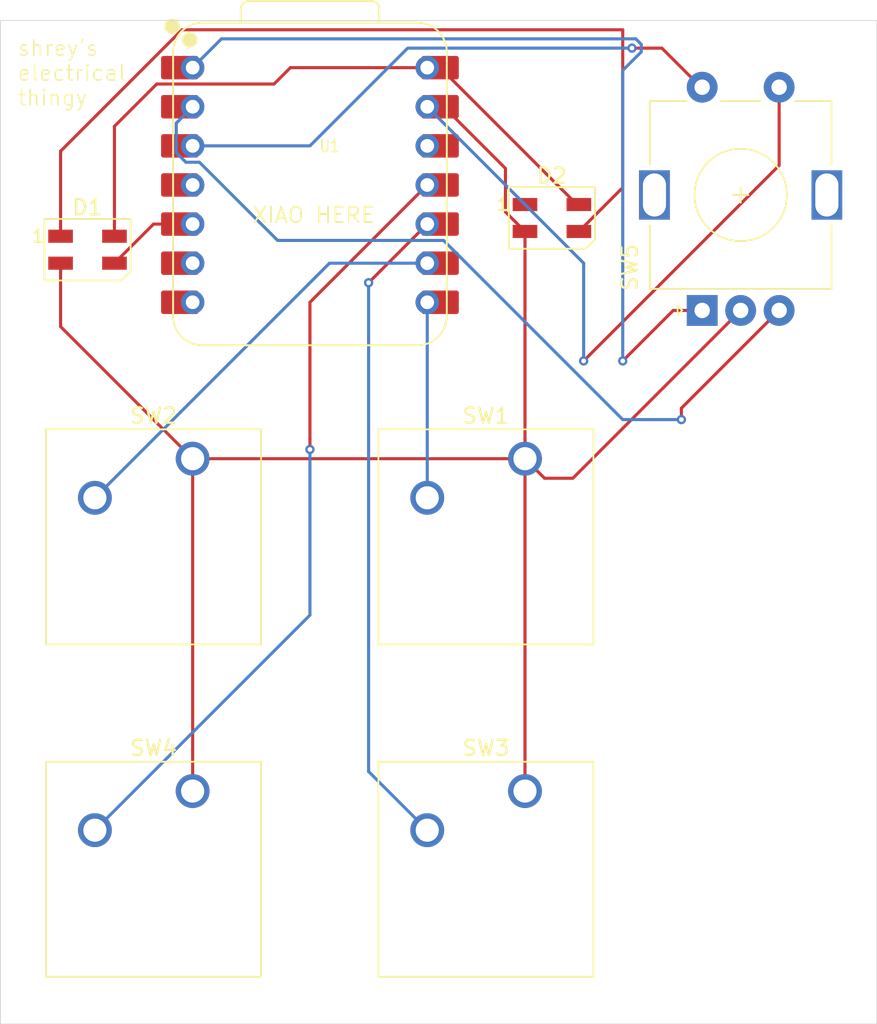
<source format=kicad_pcb>
(kicad_pcb (version 20241229) (generator "pcbnew") (generator_version "9.0")
  (layers (0 "F.Cu" signal) (2 "B.Cu" signal) (13 "F.Paste" user) (15 "B.Paste" user) (5 "F.SilkS" user "F.Silkscreen") (7 "B.SilkS" user "B.Silkscreen") (1 "F.Mask" user) (3 "B.Mask" user) (25 "Edge.Cuts" user))
  (net 0 "")
  (net 1 "GND")
  (net 2 "Net-(D1-DIN)")
  (net 3 "Net-(D1-DOUT)")
  (net 4 "+5V")
  (net 6 "Net-(U1-GPIO1{slash}RX)")
  (net 7 "Net-(U1-GPIO2{slash}SCK)")
  (net 8 "Net-(U1-GPIO4{slash}MISO)")
  (net 9 "Net-(U1-GPIO3{slash}MOSI)")
  (net 12 "Net-(U1-GPIO27{slash}ADC1{slash}A1)")
  (net 14 "Net-(U1-GPIO26{slash}ADC0{slash}A0)")
  (net 16 "Net-(U1-GPIO28{slash}ADC2{slash}A2)")
  (footprint "LED_SMD:LED_SK6812MINI_PLCC4_3.5x3.5mm_P1.75mm" (layer "F.Cu") (at 112.55 81.675)
    (property "Reference" "D1" (at 0 -2.75 0) (layer "F.SilkS"))
    (property "Value" "SK6812MINI")
    (fp_line (start -2.8 -2) (end -2.8 2) (stroke (width 0.12)) (layer "F.SilkS"))
    (fp_line (start -2.8 -2) (end 2.8 -2) (stroke (width 0.12)) (layer "F.SilkS"))
    (fp_line (start -2.8 2) (end 2.2 2) (stroke (width 0.12)) (layer "F.SilkS"))
    (fp_line (start 2.8 1.4) (end 2.2 2) (stroke (width 0.12)) (layer "F.SilkS"))
    (fp_line (start 2.8 1.4) (end 2.8 -2) (stroke (width 0.12)) (layer "F.SilkS"))
    (fp_text user "1" (at -3.2 -0.875 0) (layer "F.SilkS") (effects (font (size 0.8 0.8))))
    (pad "1" smd rect (at -1.75 -0.875) (size 1.6 0.85) (layers "F.Cu" "F.Mask" "F.Paste") (net 3 "Net-(D1-DOUT)"))
    (pad "2" smd rect (at -1.75 0.875) (size 1.6 0.85) (layers "F.Cu" "F.Mask" "F.Paste") (net 1 "GND"))
    (pad "3" smd rect (at 1.75 0.875) (size 1.6 0.85) (layers "F.Cu" "F.Mask" "F.Paste") (net 2 "Net-(D1-DIN)"))
    (pad "4" smd rect (at 1.75 -0.875) (size 1.6 0.85) (layers "F.Cu" "F.Mask" "F.Paste") (net 4 "+5V"))
  )
  (footprint "hackpad:XIAO-RP2040-DIP" (layer "F.Cu") (at 127 77.47)
    (property "Reference" "U1" (at 1.27 -2.54 0) (layer "F.SilkS") (effects (font (size 0.8 0.635) (thickness 0.1016))))
    (property "Value" "XIAO-RP2040-DIP")
    (fp_line (start -8.89 8.509) (end -8.89 -8.636) (stroke (width 0.127)) (layer "F.SilkS"))
    (fp_line (start -6.985 10.414) (end 6.985 10.414) (stroke (width 0.127)) (layer "F.SilkS"))
    (fp_line (start -4.495 -10.541) (end -4.491272 -11.451272) (stroke (width 0.127)) (layer "F.SilkS"))
    (fp_line (start -3.991272 -11.951) (end 4.004 -11.951) (stroke (width 0.127)) (layer "F.SilkS"))
    (fp_line (start 4.504 -11.451) (end 4.504 -10.541) (stroke (width 0.127)) (layer "F.SilkS"))
    (fp_line (start 6.985 -10.541) (end -6.985 -10.541) (stroke (width 0.1)) (layer "F.SilkS"))
    (fp_line (start 6.985 -10.541) (end -6.985 -10.541) (stroke (width 0.127)) (layer "F.SilkS"))
    (fp_line (start 8.89 8.509) (end 8.89 -8.636) (stroke (width 0.127)) (layer "F.SilkS"))
    (fp_arc (start -8.89 -8.636) (mid -8.332038 -9.983038) (end -6.985 -10.541) (stroke (width 0.127)) (layer "F.SilkS"))
    (fp_arc (start -6.985 10.414) (mid -8.332038 9.856038) (end -8.89 8.509) (stroke (width 0.127)) (layer "F.SilkS"))
    (fp_arc (start -4.491272 -11.451272) (mid -4.344728 -11.80464) (end -3.991272 -11.951) (stroke (width 0.127)) (layer "F.SilkS"))
    (fp_arc (start 4.004 -11.951) (mid 4.357553 -11.804553) (end 4.504 -11.451) (stroke (width 0.127)) (layer "F.SilkS"))
    (fp_arc (start 6.985 -10.541) (mid 8.332038 -9.983038) (end 8.89 -8.636) (stroke (width 0.127)) (layer "F.SilkS"))
    (fp_arc (start 8.89 8.509) (mid 8.332038 9.856038) (end 6.985 10.414) (stroke (width 0.127)) (layer "F.SilkS"))
    (fp_circle (center -8.95 -10.3) (end -8.95 -10.554) (stroke (width 0.5)) (fill yes) (layer "F.SilkS"))
    (fp_circle (center -7.807 -9.42) (end -7.807 -9.674) (stroke (width 0.5)) (fill yes) (layer "F.SilkS"))
    (pad "1" smd roundrect (at -8.455 -7.62 180) (size 2.432 1.524) (layers "F.Cu" "F.Mask") (roundrect_rratio 0.1) (net 14 "Net-(U1-GPIO26{slash}ADC0{slash}A0)"))
    (pad "1" thru_hole circle (at -7.62 -7.62 180) (size 1.524 1.524) (drill 0.889) (layers "*.Cu" "*.Mask") (net 14 "Net-(U1-GPIO26{slash}ADC0{slash}A0)"))
    (pad "2" smd roundrect (at -8.455 -5.08 180) (size 2.432 1.524) (layers "F.Cu" "F.Mask") (roundrect_rratio 0.1) (net 12 "Net-(U1-GPIO27{slash}ADC1{slash}A1)"))
    (pad "2" thru_hole circle (at -7.62 -5.08 180) (size 1.524 1.524) (drill 0.889) (layers "*.Cu" "*.Mask") (net 12 "Net-(U1-GPIO27{slash}ADC1{slash}A1)"))
    (pad "3" smd roundrect (at -8.455 -2.54 180) (size 2.432 1.524) (layers "F.Cu" "F.Mask") (roundrect_rratio 0.1) (net 16 "Net-(U1-GPIO28{slash}ADC2{slash}A2)"))
    (pad "3" thru_hole circle (at -7.62 -2.54 180) (size 1.524 1.524) (drill 0.889) (layers "*.Cu" "*.Mask") (net 16 "Net-(U1-GPIO28{slash}ADC2{slash}A2)"))
    (pad "4" smd roundrect (at -8.455 0 180) (size 2.432 1.524) (layers "F.Cu" "F.Mask") (roundrect_rratio 0.1))
    (pad "4" thru_hole circle (at -7.62 0 180) (size 1.524 1.524) (drill 0.889) (layers "*.Cu" "*.Mask"))
    (pad "5" smd roundrect (at -8.455 2.54 180) (size 2.432 1.524) (layers "F.Cu" "F.Mask") (roundrect_rratio 0.1) (net 2 "Net-(D1-DIN)"))
    (pad "5" thru_hole circle (at -7.62 2.54 180) (size 1.524 1.524) (drill 0.889) (layers "*.Cu" "*.Mask") (net 2 "Net-(D1-DIN)"))
    (pad "6" smd roundrect (at -8.455 5.08 180) (size 2.432 1.524) (layers "F.Cu" "F.Mask") (roundrect_rratio 0.1))
    (pad "6" thru_hole circle (at -7.62 5.08 180) (size 1.524 1.524) (drill 0.889) (layers "*.Cu" "*.Mask"))
    (pad "7" smd roundrect (at -8.455 7.62 180) (size 2.432 1.524) (layers "F.Cu" "F.Mask") (roundrect_rratio 0.1))
    (pad "7" thru_hole circle (at -7.62 7.62 180) (size 1.524 1.524) (drill 0.889) (layers "*.Cu" "*.Mask"))
    (pad "8" thru_hole circle (at 7.62 7.62) (size 1.524 1.524) (drill 0.889) (layers "*.Cu" "*.Mask") (net 6 "Net-(U1-GPIO1{slash}RX)"))
    (pad "8" smd roundrect (at 8.455 7.62) (size 2.432 1.524) (layers "F.Cu" "F.Mask") (roundrect_rratio 0.1) (net 6 "Net-(U1-GPIO1{slash}RX)"))
    (pad "9" thru_hole circle (at 7.62 5.08) (size 1.524 1.524) (drill 0.889) (layers "*.Cu" "*.Mask") (net 7 "Net-(U1-GPIO2{slash}SCK)"))
    (pad "9" smd roundrect (at 8.455 5.08) (size 2.432 1.524) (layers "F.Cu" "F.Mask") (roundrect_rratio 0.1) (net 7 "Net-(U1-GPIO2{slash}SCK)"))
    (pad "10" thru_hole circle (at 7.62 2.54) (size 1.524 1.524) (drill 0.889) (layers "*.Cu" "*.Mask") (net 8 "Net-(U1-GPIO4{slash}MISO)"))
    (pad "10" smd roundrect (at 8.455 2.54) (size 2.432 1.524) (layers "F.Cu" "F.Mask") (roundrect_rratio 0.1) (net 8 "Net-(U1-GPIO4{slash}MISO)"))
    (pad "11" thru_hole circle (at 7.62 0) (size 1.524 1.524) (drill 0.889) (layers "*.Cu" "*.Mask") (net 9 "Net-(U1-GPIO3{slash}MOSI)"))
    (pad "11" smd roundrect (at 8.455 0) (size 2.432 1.524) (layers "F.Cu" "F.Mask") (roundrect_rratio 0.1) (net 9 "Net-(U1-GPIO3{slash}MOSI)"))
    (pad "12" thru_hole circle (at 7.62 -2.54) (size 1.524 1.524) (drill 0.889) (layers "*.Cu" "*.Mask"))
    (pad "12" smd roundrect (at 8.455 -2.54) (size 2.432 1.524) (layers "F.Cu" "F.Mask") (roundrect_rratio 0.1))
    (pad "13" thru_hole circle (at 7.62 -5.08) (size 1.524 1.524) (drill 0.889) (layers "*.Cu" "*.Mask") (net 1 "GND"))
    (pad "13" smd roundrect (at 8.455 -5.08) (size 2.432 1.524) (layers "F.Cu" "F.Mask") (roundrect_rratio 0.1) (net 1 "GND"))
    (pad "14" thru_hole circle (at 7.62 -7.62) (size 1.524 1.524) (drill 0.889) (layers "*.Cu" "*.Mask") (net 4 "+5V"))
    (pad "14" smd roundrect (at 8.455 -7.62) (size 2.432 1.524) (layers "F.Cu" "F.Mask") (roundrect_rratio 0.1) (net 4 "+5V"))
  )
  (footprint "LED_SMD:LED_SK6812MINI_PLCC4_3.5x3.5mm_P1.75mm" (layer "F.Cu") (at 142.72 79.615)
    (property "Reference" "D2" (at 0 -2.75 0) (layer "F.SilkS"))
    (property "Value" "SK6812MINI")
    (fp_line (start -2.8 -2) (end -2.8 2) (stroke (width 0.12)) (layer "F.SilkS"))
    (fp_line (start -2.8 -2) (end 2.8 -2) (stroke (width 0.12)) (layer "F.SilkS"))
    (fp_line (start -2.8 2) (end 2.2 2) (stroke (width 0.12)) (layer "F.SilkS"))
    (fp_line (start 2.8 1.4) (end 2.2 2) (stroke (width 0.12)) (layer "F.SilkS"))
    (fp_line (start 2.8 1.4) (end 2.8 -2) (stroke (width 0.12)) (layer "F.SilkS"))
    (fp_text user "1" (at -3.2 -0.875 0) (layer "F.SilkS") (effects (font (size 0.8 0.8))))
    (pad "1" smd rect (at -1.75 -0.875) (size 1.6 0.85) (layers "F.Cu" "F.Mask" "F.Paste"))
    (pad "2" smd rect (at -1.75 0.875) (size 1.6 0.85) (layers "F.Cu" "F.Mask" "F.Paste") (net 1 "GND"))
    (pad "3" smd rect (at 1.75 0.875) (size 1.6 0.85) (layers "F.Cu" "F.Mask" "F.Paste") (net 3 "Net-(D1-DOUT)"))
    (pad "4" smd rect (at 1.75 -0.875) (size 1.6 0.85) (layers "F.Cu" "F.Mask" "F.Paste") (net 4 "+5V"))
  )
  (footprint "Button_Switch_Keyboard:SW_Cherry_MX_1.00u_PCB" (layer "F.Cu") (at 119.38 95.25)
    (property "Reference" "SW2" (at -2.54 -2.794 0) (layer "F.SilkS"))
    (property "Value" "SW_Push")
    (fp_line (start -9.525 -1.905) (end 4.445 -1.905) (stroke (width 0.12)) (layer "F.SilkS"))
    (fp_line (start -9.525 12.065) (end -9.525 -1.905) (stroke (width 0.12)) (layer "F.SilkS"))
    (fp_line (start 4.445 -1.905) (end 4.445 12.065) (stroke (width 0.12)) (layer "F.SilkS"))
    (fp_line (start 4.445 12.065) (end -9.525 12.065) (stroke (width 0.12)) (layer "F.SilkS"))
    (pad "" np_thru_hole circle (at -7.62 5.08) (size 1.7 1.7) (drill 1.7) (layers "*.Cu" "*.Mask"))
    (pad "" np_thru_hole circle (at -2.54 5.08) (size 4 4) (drill 4) (layers "*.Cu" "*.Mask"))
    (pad "" np_thru_hole circle (at 2.54 5.08) (size 1.7 1.7) (drill 1.7) (layers "*.Cu" "*.Mask"))
    (pad "1" thru_hole circle (at 0 0) (size 2.2 2.2) (drill 1.5) (layers "*.Cu" "*.Mask") (net 1 "GND"))
    (pad "2" thru_hole circle (at -6.35 2.54) (size 2.2 2.2) (drill 1.5) (layers "*.Cu" "*.Mask") (net 7 "Net-(U1-GPIO2{slash}SCK)"))
  )
  (footprint "Button_Switch_Keyboard:SW_Cherry_MX_1.00u_PCB" (layer "F.Cu") (at 140.97 95.25)
    (property "Reference" "SW1" (at -2.54 -2.794 0) (layer "F.SilkS"))
    (property "Value" "SW_Push")
    (fp_line (start -9.525 -1.905) (end 4.445 -1.905) (stroke (width 0.12)) (layer "F.SilkS"))
    (fp_line (start -9.525 12.065) (end -9.525 -1.905) (stroke (width 0.12)) (layer "F.SilkS"))
    (fp_line (start 4.445 -1.905) (end 4.445 12.065) (stroke (width 0.12)) (layer "F.SilkS"))
    (fp_line (start 4.445 12.065) (end -9.525 12.065) (stroke (width 0.12)) (layer "F.SilkS"))
    (pad "" np_thru_hole circle (at -7.62 5.08) (size 1.7 1.7) (drill 1.7) (layers "*.Cu" "*.Mask"))
    (pad "" np_thru_hole circle (at -2.54 5.08) (size 4 4) (drill 4) (layers "*.Cu" "*.Mask"))
    (pad "" np_thru_hole circle (at 2.54 5.08) (size 1.7 1.7) (drill 1.7) (layers "*.Cu" "*.Mask"))
    (pad "1" thru_hole circle (at 0 0) (size 2.2 2.2) (drill 1.5) (layers "*.Cu" "*.Mask") (net 1 "GND"))
    (pad "2" thru_hole circle (at -6.35 2.54) (size 2.2 2.2) (drill 1.5) (layers "*.Cu" "*.Mask") (net 6 "Net-(U1-GPIO1{slash}RX)"))
  )
  (footprint "Rotary_Encoder:RotaryEncoder_Alps_EC11E-Switch_Vertical_H20mm" (layer "F.Cu") (at 152.48 85.62 90)
    (property "Reference" "SW5" (at 2.8 -4.7 90) (layer "F.SilkS"))
    (property "Value" "RotaryEncoder_Switch")
    (fp_line (start 13.6 -3.4) (end 13.6 -1) (stroke (width 0.12)) (layer "F.SilkS"))
    (fp_line (start 9.5 -3.4) (end 13.6 -3.4) (stroke (width 0.12)) (layer "F.SilkS"))
    (fp_line (start 5.5 -3.4) (end 1.4 -3.4) (stroke (width 0.12)) (layer "F.SilkS"))
    (fp_line (start 1.4 -3.4) (end 1.4 8.4) (stroke (width 0.12)) (layer "F.SilkS"))
    (fp_line (start 0.3 -1.6) (end 0 -1.3) (stroke (width 0.12)) (layer "F.SilkS"))
    (fp_line (start -0.3 -1.6) (end 0.3 -1.6) (stroke (width 0.12)) (layer "F.SilkS"))
    (fp_line (start 0 -1.3) (end -0.3 -1.6) (stroke (width 0.12)) (layer "F.SilkS"))
    (fp_line (start 13.6 1.2) (end 13.6 3.8) (stroke (width 0.12)) (layer "F.SilkS"))
    (fp_line (start 7.5 2) (end 7.5 3) (stroke (width 0.12)) (layer "F.SilkS"))
    (fp_line (start 7 2.5) (end 8 2.5) (stroke (width 0.12)) (layer "F.SilkS"))
    (fp_line (start 13.6 6) (end 13.6 8.4) (stroke (width 0.12)) (layer "F.SilkS"))
    (fp_line (start 13.6 8.4) (end 9.5 8.4) (stroke (width 0.12)) (layer "F.SilkS"))
    (fp_line (start 5.5 8.4) (end 1.4 8.4) (stroke (width 0.12)) (layer "F.SilkS"))
    (fp_circle (center 7.5 2.5) (end 10.5 2.5) (stroke (width 0.12)) (fill no) (layer "F.SilkS"))
    (pad "A" thru_hole rect (at 0 0 90) (size 2 2) (drill 1) (layers "*.Cu" "*.Mask") (net 14 "Net-(U1-GPIO26{slash}ADC0{slash}A0)"))
    (pad "B" thru_hole circle (at 0 5 90) (size 2 2) (drill 1) (layers "*.Cu" "*.Mask") (net 12 "Net-(U1-GPIO27{slash}ADC1{slash}A1)"))
    (pad "C" thru_hole circle (at 0 2.5 90) (size 2 2) (drill 1) (layers "*.Cu" "*.Mask") (net 1 "GND"))
    (pad "MP" thru_hole rect (at 7.5 -3.1 90) (size 3.2 2) (drill oval 2.8 1.5) (layers "*.Cu" "*.Mask"))
    (pad "MP" thru_hole rect (at 7.5 8.1 90) (size 3.2 2) (drill oval 2.8 1.5) (layers "*.Cu" "*.Mask"))
    (pad "S1" thru_hole circle (at 14.5 5 90) (size 2 2) (drill 1) (layers "*.Cu" "*.Mask") (net 1 "GND"))
    (pad "S2" thru_hole circle (at 14.5 0 90) (size 2 2) (drill 1) (layers "*.Cu" "*.Mask") (net 16 "Net-(U1-GPIO28{slash}ADC2{slash}A2)"))
  )
  (footprint "Button_Switch_Keyboard:SW_Cherry_MX_1.00u_PCB" (layer "F.Cu") (at 119.38 116.84)
    (property "Reference" "SW4" (at -2.54 -2.794 0) (layer "F.SilkS"))
    (property "Value" "SW_Push")
    (fp_line (start -9.525 -1.905) (end 4.445 -1.905) (stroke (width 0.12)) (layer "F.SilkS"))
    (fp_line (start -9.525 12.065) (end -9.525 -1.905) (stroke (width 0.12)) (layer "F.SilkS"))
    (fp_line (start 4.445 -1.905) (end 4.445 12.065) (stroke (width 0.12)) (layer "F.SilkS"))
    (fp_line (start 4.445 12.065) (end -9.525 12.065) (stroke (width 0.12)) (layer "F.SilkS"))
    (pad "" np_thru_hole circle (at -7.62 5.08) (size 1.7 1.7) (drill 1.7) (layers "*.Cu" "*.Mask"))
    (pad "" np_thru_hole circle (at -2.54 5.08) (size 4 4) (drill 4) (layers "*.Cu" "*.Mask"))
    (pad "" np_thru_hole circle (at 2.54 5.08) (size 1.7 1.7) (drill 1.7) (layers "*.Cu" "*.Mask"))
    (pad "1" thru_hole circle (at 0 0) (size 2.2 2.2) (drill 1.5) (layers "*.Cu" "*.Mask") (net 1 "GND"))
    (pad "2" thru_hole circle (at -6.35 2.54) (size 2.2 2.2) (drill 1.5) (layers "*.Cu" "*.Mask") (net 9 "Net-(U1-GPIO3{slash}MOSI)"))
  )
  (footprint "Button_Switch_Keyboard:SW_Cherry_MX_1.00u_PCB" (layer "F.Cu") (at 140.97 116.84)
    (property "Reference" "SW3" (at -2.54 -2.794 0) (layer "F.SilkS"))
    (property "Value" "SW_Push")
    (fp_line (start -9.525 -1.905) (end 4.445 -1.905) (stroke (width 0.12)) (layer "F.SilkS"))
    (fp_line (start -9.525 12.065) (end -9.525 -1.905) (stroke (width 0.12)) (layer "F.SilkS"))
    (fp_line (start 4.445 -1.905) (end 4.445 12.065) (stroke (width 0.12)) (layer "F.SilkS"))
    (fp_line (start 4.445 12.065) (end -9.525 12.065) (stroke (width 0.12)) (layer "F.SilkS"))
    (pad "" np_thru_hole circle (at -7.62 5.08) (size 1.7 1.7) (drill 1.7) (layers "*.Cu" "*.Mask"))
    (pad "" np_thru_hole circle (at -2.54 5.08) (size 4 4) (drill 4) (layers "*.Cu" "*.Mask"))
    (pad "" np_thru_hole circle (at 2.54 5.08) (size 1.7 1.7) (drill 1.7) (layers "*.Cu" "*.Mask"))
    (pad "1" thru_hole circle (at 0 0) (size 2.2 2.2) (drill 1.5) (layers "*.Cu" "*.Mask") (net 1 "GND"))
    (pad "2" thru_hole circle (at -6.35 2.54) (size 2.2 2.2) (drill 1.5) (layers "*.Cu" "*.Mask") (net 8 "Net-(U1-GPIO4{slash}MISO)"))
  )
  (gr_rect (start 106.89 66.79) (end 163.83 131.97) (stroke (width 0.05)) (fill no) (layer "Edge.Cuts"))
  (gr_text "XIAO HERE" (at 123.19 80.01 0) (layer "F.SilkS") (effects (font (size 1 1) (thickness 0.125)) (justify left bottom)))
  (gr_text "shrey's \nelectrical\nthingy" (at 107.95 72.39 0) (layer "F.SilkS") (effects (font (size 1 1) (thickness 0.1)) (justify left bottom)))
  (segment (start 140.97 95.25) (end 140.97 116.84) (width 0.2) (layer "F.Cu") (net 1))
  (segment (start 140.97 95.25) (end 140.97 80.49) (width 0.2) (layer "F.Cu") (net 1))
  (segment (start 157.48 76.2) (end 144.78 88.9) (width 0.2) (layer "F.Cu") (net 1))
  (segment (start 157.48 71.12) (end 157.48 76.2) (width 0.2) (layer "F.Cu") (net 1))
  (segment (start 154.98 85.62) (end 144.08 96.52) (width 0.2) (layer "F.Cu") (net 1))
  (segment (start 139.7 76.39237) (end 139.7 79.22) (width 0.2) (layer "F.Cu") (net 1))
  (segment (start 140.97 95.25) (end 119.38 95.25) (width 0.2) (layer "F.Cu") (net 1))
  (segment (start 135.69763 72.39) (end 139.7 76.39237) (width 0.2) (layer "F.Cu") (net 1))
  (segment (start 110.8 86.67) (end 110.8 82.55) (width 0.2) (layer "F.Cu") (net 1))
  (segment (start 134.62 72.39) (end 135.69763 72.39) (width 0.2) (layer "F.Cu") (net 1))
  (segment (start 142.24 96.52) (end 140.97 95.25) (width 0.2) (layer "F.Cu") (net 1))
  (segment (start 119.38 95.25) (end 119.38 116.84) (width 0.2) (layer "F.Cu") (net 1))
  (segment (start 144.08 96.52) (end 142.24 96.52) (width 0.2) (layer "F.Cu") (net 1))
  (segment (start 119.38 95.25) (end 110.8 86.67) (width 0.2) (layer "F.Cu") (net 1))
  (segment (start 139.7 79.22) (end 140.97 80.49) (width 0.2) (layer "F.Cu") (net 1))
  (via (at 144.78 88.9) (size 0.6) (drill 0.3) (layers "F.Cu" "B.Cu") (net 1))
  (segment (start 144.78 88.9) (end 144.78 82.55) (width 0.2) (layer "B.Cu") (net 1))
  (segment (start 144.78 82.55) (end 134.62 72.39) (width 0.2) (layer "B.Cu") (net 1))
  (segment (start 116.84 80.01) (end 119.38 80.01) (width 0.2) (layer "F.Cu") (net 2))
  (segment (start 114.3 82.55) (end 116.84 80.01) (width 0.2) (layer "F.Cu") (net 2))
  (segment (start 110.8 80.8) (end 110.8 75.276374) (width 0.2) (layer "F.Cu") (net 3))
  (segment (start 147.32 67.391) (end 147.32 77.64) (width 0.2) (layer "F.Cu") (net 3))
  (segment (start 118.685374 67.391) (end 147.32 67.391) (width 0.2) (layer "F.Cu") (net 3))
  (segment (start 147.32 77.64) (end 144.47 80.49) (width 0.2) (layer "F.Cu") (net 3))
  (segment (start 110.8 75.276374) (end 118.685374 67.391) (width 0.2) (layer "F.Cu") (net 3))
  (segment (start 117.047 70.913) (end 124.667 70.913) (width 0.2) (layer "F.Cu") (net 4))
  (segment (start 125.73 69.85) (end 134.62 69.85) (width 0.2) (layer "F.Cu") (net 4))
  (segment (start 135.455 69.85) (end 144.345 78.74) (width 0.2) (layer "F.Cu") (net 4))
  (segment (start 114.3 73.66) (end 117.047 70.913) (width 0.2) (layer "F.Cu") (net 4))
  (segment (start 124.667 70.913) (end 125.73 69.85) (width 0.2) (layer "F.Cu") (net 4))
  (segment (start 144.345 78.74) (end 144.47 78.74) (width 0.2) (layer "F.Cu") (net 4))
  (segment (start 114.3 80.8) (end 114.3 73.66) (width 0.2) (layer "F.Cu") (net 4))
  (segment (start 134.62 97.79) (end 134.62 85.09) (width 0.2) (layer "B.Cu") (net 6))
  (segment (start 128.27 82.55) (end 134.62 82.55) (width 0.2) (layer "B.Cu") (net 7))
  (segment (start 113.03 97.79) (end 128.27 82.55) (width 0.2) (layer "B.Cu") (net 7))
  (segment (start 130.81 83.82) (end 134.62 80.01) (width 0.2) (layer "F.Cu") (net 8))
  (via (at 130.81 83.82) (size 0.6) (drill 0.3) (layers "F.Cu" "B.Cu") (net 8))
  (segment (start 130.81 115.57) (end 130.81 83.82) (width 0.2) (layer "B.Cu") (net 8))
  (segment (start 134.62 119.38) (end 130.81 115.57) (width 0.2) (layer "B.Cu") (net 8))
  (segment (start 134.62 77.47) (end 127 85.09) (width 0.2) (layer "F.Cu") (net 9))
  (segment (start 127 93.98) (end 127 94.849) (width 0.2) (layer "F.Cu") (net 9))
  (segment (start 127 94.849) (end 127 94.65) (width 0.2) (layer "F.Cu") (net 9))
  (segment (start 127 85.09) (end 127 93.98) (width 0.2) (layer "F.Cu") (net 9))
  (via (at 127 94.65) (size 0.6) (drill 0.3) (layers "F.Cu" "B.Cu") (net 9))
  (segment (start 127 105.41) (end 113.03 119.38) (width 0.2) (layer "B.Cu") (net 9))
  (segment (start 127 94.65) (end 127 105.41) (width 0.2) (layer "B.Cu") (net 9))
  (segment (start 157.48 85.62) (end 151.13 91.97) (width 0.2) (layer "F.Cu") (net 12))
  (segment (start 151.13 91.97) (end 151.13 92.71) (width 0.2) (layer "F.Cu") (net 12))
  (via (at 151.13 92.71) (size 0.6) (drill 0.3) (layers "F.Cu" "B.Cu") (net 12))
  (segment (start 147.32 92.71) (end 135.683 81.073) (width 0.2) (layer "B.Cu") (net 12))
  (segment (start 135.683 81.073) (end 124.90031 81.073) (width 0.2) (layer "B.Cu") (net 12))
  (segment (start 124.90031 81.073) (end 119.82031 75.993) (width 0.2) (layer "B.Cu") (net 12))
  (segment (start 118.317 75.37031) (end 118.317 73.453) (width 0.2) (layer "B.Cu") (net 12))
  (segment (start 119.82031 75.993) (end 118.93969 75.993) (width 0.2) (layer "B.Cu") (net 12))
  (segment (start 118.317 73.453) (end 119.38 72.39) (width 0.2) (layer "B.Cu") (net 12))
  (segment (start 151.13 92.71) (end 147.32 92.71) (width 0.2) (layer "B.Cu") (net 12))
  (segment (start 118.93969 75.993) (end 118.317 75.37031) (width 0.2) (layer "B.Cu") (net 12))
  (segment (start 152.48 85.62) (end 150.6 85.62) (width 0.2) (layer "F.Cu") (net 14))
  (segment (start 150.6 85.62) (end 147.32 88.9) (width 0.2) (layer "F.Cu") (net 14))
  (via (at 147.32 88.9) (size 0.6) (drill 0.3) (layers "F.Cu" "B.Cu") (net 14))
  (segment (start 147.32 88.9) (end 147.32 70.029943) (width 0.2) (layer "B.Cu") (net 14))
  (segment (start 148.521 68.331057) (end 148.168943 67.979) (width 0.2) (layer "B.Cu") (net 14))
  (segment (start 147.32 70.029943) (end 148.521 68.828943) (width 0.2) (layer "B.Cu") (net 14))
  (segment (start 148.521 68.828943) (end 148.521 68.331057) (width 0.2) (layer "B.Cu") (net 14))
  (segment (start 148.168943 67.979) (end 121.251 67.979) (width 0.2) (layer "B.Cu") (net 14))
  (segment (start 121.251 67.979) (end 119.38 69.85) (width 0.2) (layer "B.Cu") (net 14))
  (segment (start 149.86 68.58) (end 148.59 68.58) (width 0.2) (layer "F.Cu") (net 16))
  (segment (start 152.4 71.12) (end 149.86 68.58) (width 0.2) (layer "F.Cu") (net 16))
  (segment (start 148.59 68.58) (end 147.92 68.58) (width 0.2) (layer "F.Cu") (net 16))
  (segment (start 152.48 71.12) (end 152.4 71.12) (width 0.2) (layer "F.Cu") (net 16))
  (via (at 147.92 68.58) (size 0.6) (drill 0.3) (layers "F.Cu" "B.Cu") (net 16))
  (segment (start 133.35 68.58) (end 127 74.93) (width 0.2) (layer "B.Cu") (net 16))
  (segment (start 127 74.93) (end 119.38 74.93) (width 0.2) (layer "B.Cu") (net 16))
  (segment (start 147.92 68.58) (end 133.35 68.58) (width 0.2) (layer "B.Cu") (net 16))
)
</source>
